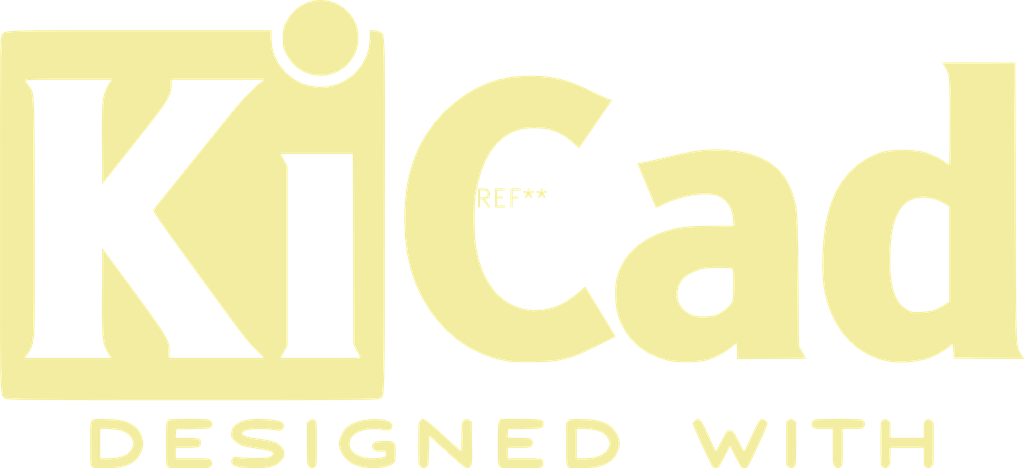
<source format=kicad_pcb>
(kicad_pcb (version 20240108) (generator pcbnew)
  (layers (0 "F.Cu" signal) (31 "B.Cu" signal) (34 "B.Paste" user) (35 "F.Paste" user) (36 "B.SilkS" user "B.Silkscreen") (37 "F.SilkS" user "F.Silkscreen") (38 "B.Mask" user) (39 "F.Mask" user) (44 "Edge.Cuts" user))
  (net 0 "")
  (footprint "KiCad-Logo2_30mm_SilkScreen" (layer "F.Cu") (at 0 0)
    (property "Reference" "REF**")
    (property "Value" "KiCad-Logo2_30mm_SilkScreen")
    (fp_poly (pts (xy 20.94307 16.459384) (xy 21.061635 16.533235) (xy 21.194889 16.641137) (xy 21.194889 18.248865) (xy 21.194464 18.719148) (xy 21.192647 19.089661) (xy 21.188619 19.373519) (xy 21.181565 19.58384) (xy 21.170667 19.73374) (xy 21.155108 19.836336) (xy 21.134072 19.904745) (xy 21.106741 19.952082) (xy 21.087363 19.975408) (xy 20.930169 20.077873) (xy 20.751167 20.073694) (xy 20.594364 19.986321) (xy 20.461111 19.878419) (xy 20.461111 16.641137) (xy 20.594364 16.533235) (xy 20.722973 16.454745) (xy 20.828 16.425334) (xy 20.94307 16.459384)) (layer "F.SilkS") (stroke (width 0.01)) (fill solid))
    (fp_poly (pts (xy -14.619111 16.538223) (xy -14.586207 16.576089) (xy -14.560396 16.624937) (xy -14.540819 16.697855) (xy -14.526618 16.807926) (xy -14.516936 16.968238) (xy -14.510914 17.191875) (xy -14.507695 17.491925) (xy -14.50642 17.881472) (xy -14.506223 18.259778) (xy -14.506571 18.729012) (xy -14.508187 19.098444) (xy -14.511931 19.381159) (xy -14.518658 19.590244) (xy -14.529229 19.738784) (xy -14.5445 19.839864) (xy -14.56533 19.906572) (xy -14.592578 19.951991) (xy -14.619111 19.981334) (xy -14.784129 20.079736) (xy -14.959956 20.070905) (xy -15.117272 19.963585) (xy -15.153418 19.921684) (xy -15.181667 19.87307) (xy -15.202992 19.804304) (xy -15.218366 19.701947) (xy -15.22876 19.552561) (xy -15.235149 19.342706) (xy -15.238503 19.058944) (xy -15.239796 18.687837) (xy -15.24 18.267686) (xy -15.24 16.702425) (xy -15.101455 16.563879) (xy -14.930682 16.447317) (xy -14.765029 16.443116) (xy -14.619111 16.538223)) (layer "F.SilkS") (stroke (width 0.01)) (fill solid))
    (fp_poly (pts (xy -13.557109 -14.737889) (xy -13.044354 -14.560106) (xy -12.56696 -14.280276) (xy -12.140606 -13.898436) (xy -11.780967 -13.414623) (xy -11.619417 -13.109677) (xy -11.479604 -12.683142) (xy -11.411836 -12.190723) (xy -11.419342 -11.684487) (xy -11.502665 -11.225751) (xy -11.730403 -10.66519) (xy -12.060644 -10.178944) (xy -12.476602 -9.776581) (xy -12.961493 -9.467667) (xy -13.498533 -9.261769) (xy -14.070936 -9.168456) (xy -14.661917 -9.197295) (xy -14.953225 -9.258925) (xy -15.520961 -9.479772) (xy -16.025202 -9.816775) (xy -16.453785 -10.259541) (xy -16.794548 -10.797683) (xy -16.823378 -10.856451) (xy -16.923042 -11.076987) (xy -16.98562 -11.262724) (xy -17.019596 -11.458662) (xy -17.033453 -11.7098) (xy -17.035752 -11.983064) (xy -17.031949 -12.311378) (xy -17.014784 -12.548726) (xy -16.975623 -12.740618) (xy -16.90583 -12.932565) (xy -16.81968 -13.121941) (xy -16.498342 -13.659524) (xy -16.102628 -14.0948) (xy -15.648215 -14.427808) (xy -15.15078 -14.658584) (xy -14.625999 -14.787165) (xy -14.08955 -14.813587) (xy -13.557109 -14.737889)) (layer "F.SilkS") (stroke (width 0.01)) (fill solid))
    (fp_poly (pts (xy 24.815325 16.425817) (xy 25.208862 16.427708) (xy 25.514315 16.431665) (xy 25.744085 16.438348) (xy 25.910573 16.448416) (xy 26.026181 16.462528) (xy 26.103309 16.481344) (xy 26.154358 16.505524) (xy 26.179064 16.524111) (xy 26.307284 16.686789) (xy 26.322795 16.855692) (xy 26.243558 17.009131) (xy 26.191742 17.070445) (xy 26.135983 17.112252) (xy 26.055174 17.138287) (xy 25.928212 17.152285) (xy 25.73399 17.15798) (xy 25.451402 17.159106) (xy 25.395903 17.159111) (xy 24.666222 17.159111) (xy 24.666222 18.513778) (xy 24.665741 18.940771) (xy 24.663558 19.26932) (xy 24.658562 19.513869) (xy 24.649642 19.688864) (xy 24.635686 19.808747) (xy 24.615584 19.887963) (xy 24.588225 19.940955) (xy 24.553333 19.981334) (xy 24.388669 20.080561) (xy 24.216773 20.072742) (xy 24.060883 19.95953) (xy 24.04943 19.945499) (xy 24.012144 19.892461) (xy 23.983737 19.830404) (xy 23.963008 19.74425) (xy 23.948753 19.618919) (xy 23.939772 19.439333) (xy 23.934862 19.190414) (xy 23.932821 18.857083) (xy 23.932444 18.477944) (xy 23.932444 17.159111) (xy 23.235637 17.159111) (xy 22.936609 17.157088) (xy 22.72959 17.149202) (xy 22.593742 17.132733) (xy 22.50823 17.104958) (xy 22.452216 17.063156) (xy 22.445414 17.055889) (xy 22.363627 16.889696) (xy 22.370859 16.70181) (xy 22.464889 16.538223) (xy 22.501252 16.506491) (xy 22.548137 16.481331) (xy 22.618045 16.461981) (xy 22.72348 16.447683) (xy 22.876945 16.437675) (xy 23.090944 16.431197) (xy 23.377977 16.427489) (xy 23.75055 16.42579) (xy 24.221165 16.425341) (xy 24.321302 16.425334) (xy 24.815325 16.425817)) (layer "F.SilkS") (stroke (width 0.01)) (fill solid))
    (fp_poly (pts (xy 31.144118 16.452666) (xy 31.30101 16.563879) (xy 31.439555 16.702425) (xy 31.439555 18.2496) (xy 31.439193 18.708996) (xy 31.437477 19.069199) (xy 31.433463 19.343901) (xy 31.426205 19.546799) (xy 31.414759 19.691586) (xy 31.398181 19.791956) (xy 31.375525 19.861605) (xy 31.345848 19.914226) (xy 31.32257 19.945499) (xy 31.168914 20.068367) (xy 30.992482 20.081703) (xy 30.831226 20.006355) (xy 30.777941 19.961871) (xy 30.742322 19.902783) (xy 30.720838 19.807631) (xy 30.709956 19.65496) (xy 30.706142 19.423309) (xy 30.705777 19.244355) (xy 30.705777 18.570223) (xy 28.222222 18.570223) (xy 28.222222 19.183499) (xy 28.219654 19.463934) (xy 28.209379 19.656663) (xy 28.18754 19.786807) (xy 28.150282 19.879484) (xy 28.105236 19.945499) (xy 27.950721 20.068022) (xy 27.77598 20.08253) (xy 27.608693 19.995445) (xy 27.563021 19.949793) (xy 27.530763 19.889273) (xy 27.509487 19.795003) (xy 27.496759 19.648101) (xy 27.490147 19.429686) (xy 27.487217 19.120875) (xy 27.486874 19.05) (xy 27.484455 18.468154) (xy 27.483208 17.988635) (xy 27.483614 17.600884) (xy 27.486155 17.294343) (xy 27.491312 17.058451) (xy 27.499565 16.882651) (xy 27.511397 16.756382) (xy 27.527288 16.669086) (xy 27.547719 16.610203) (xy 27.573172 16.569173) (xy 27.601333 16.538223) (xy 27.76064 16.439218) (xy 27.926784 16.452666) (xy 28.083676 16.563879) (xy 28.147164 16.635631) (xy 28.187633 16.714888) (xy 28.210213 16.827769) (xy 28.220033 17.000392) (xy 28.22222 17.258878) (xy 28.222222 17.269435) (xy 28.222222 17.836445) (xy 30.705777 17.836445) (xy 30.705777 17.243778) (xy 30.708312 16.970738) (xy 30.71849 16.786374) (xy 30.740178 16.666536) (xy 30.777237 16.587075) (xy 30.818666 16.538223) (xy 30.977973 16.439218) (xy 31.144118 16.452666)) (layer "F.SilkS") (stroke (width 0.01)) (fill solid))
    (fp_poly (pts (xy 5.091545 16.426374) (xy 5.736442 16.448179) (xy 6.284956 16.514304) (xy 6.74613 16.628707) (xy 7.12901 16.795349) (xy 7.442638 17.018188) (xy 7.696059 17.301182) (xy 7.898317 17.64829) (xy 7.902296 17.656754) (xy 8.023005 17.967414) (xy 8.066014 18.242547) (xy 8.031157 18.519437) (xy 7.91827 18.835367) (xy 7.896861 18.883444) (xy 7.750861 19.164829) (xy 7.586779 19.382256) (xy 7.37501 19.567085) (xy 7.085951 19.750676) (xy 7.069158 19.76026) (xy 6.817523 19.881136) (xy 6.533107 19.971411) (xy 6.197634 20.034197) (xy 5.792827 20.07261) (xy 5.30041 20.089763) (xy 5.12643 20.091253) (xy 4.297971 20.094223) (xy 4.180985 19.945499) (xy 4.146284 19.896595) (xy 4.119213 19.839486) (xy 4.098828 19.760476) (xy 4.084184 19.645873) (xy 4.074337 19.48198) (xy 4.071125 19.360445) (xy 4.854222 19.360445) (xy 5.323633 19.360445) (xy 5.59832 19.352413) (xy 5.8803 19.331273) (xy 6.111728 19.301461) (xy 6.125697 19.298951) (xy 6.536743 19.188678) (xy 6.855569 19.023002) (xy 7.092262 18.794235) (xy 7.25691 18.494694) (xy 7.285541 18.415304) (xy 7.313604 18.291663) (xy 7.301454 18.169508) (xy 7.242335 18.007) (xy 7.2067 17.927168) (xy 7.090002 17.715028) (xy 6.949402 17.566198) (xy 6.794703 17.462556) (xy 6.484829 17.327686) (xy 6.088254 17.229989) (xy 5.626264 17.173732) (xy 5.291666 17.161352) (xy 4.854222 17.159111) (xy 4.854222 19.360445) (xy 4.071125 19.360445) (xy 4.068341 19.255105) (xy 4.065253 18.951553) (xy 4.064127 18.557629) (xy 4.064 18.2496) (xy 4.064 16.702425) (xy 4.202545 16.563879) (xy 4.264033 16.507721) (xy 4.330518 16.469263) (xy 4.423363 16.445201) (xy 4.563931 16.432232) (xy 4.773585 16.427049) (xy 5.073686 16.42635) (xy 5.091545 16.426374)) (layer "F.SilkS") (stroke (width 0.01)) (fill solid))
    (fp_poly (pts (xy -30.606856 16.42533) (xy -30.409445 16.427336) (xy -29.831 16.441293) (xy -29.346554 16.482751) (xy -28.939596 16.556159) (xy -28.593615 16.665963) (xy -28.2921 16.81661) (xy -28.01854 17.012549) (xy -27.920832 17.097662) (xy -27.758751 17.296816) (xy -27.6126 17.567063) (xy -27.499956 17.866617) (xy -27.438395 18.153695) (xy -27.432 18.259778) (xy -27.472082 18.553847) (xy -27.579496 18.875063) (xy -27.734995 19.179104) (xy -27.91933 19.421648) (xy -27.949271 19.450912) (xy -28.202892 19.656605) (xy -28.480625 19.817173) (xy -28.79848 19.936825) (xy -29.172471 20.019766) (xy -29.618609 20.070204) (xy -30.152907 20.092346) (xy -30.397639 20.094223) (xy -30.708808 20.092724) (xy -30.927637 20.08646) (xy -31.074656 20.072772) (xy -31.170396 20.049005) (xy -31.235386 20.012504) (xy -31.270223 19.981334) (xy -31.303127 19.943468) (xy -31.328938 19.894619) (xy -31.348515 19.821702) (xy -31.362716 19.71163) (xy -31.372398 19.551318) (xy -31.37842 19.327681) (xy -31.381639 19.027631) (xy -31.382914 18.638084) (xy -31.383111 18.259778) (xy -31.384355 17.755207) (xy -31.384087 17.352133) (xy -31.379283 17.159111) (xy -30.649334 17.159111) (xy -30.649334 19.360445) (xy -30.183667 19.360018) (xy -29.903464 19.351982) (xy -29.609994 19.331279) (xy -29.36514 19.302321) (xy -29.35769 19.301128) (xy -28.961957 19.20545) (xy -28.655011 19.056437) (xy -28.421526 18.84439) (xy -28.273174 18.614804) (xy -28.181765 18.360129) (xy -28.188853 18.120998) (xy -28.294938 17.864667) (xy -28.502443 17.599493) (xy -28.78999 17.402998) (xy -29.163748 17.271656) (xy -29.413537 17.225175) (xy -29.697081 17.192533) (xy -29.997595 17.168908) (xy -30.253194 17.159086) (xy -30.268334 17.159039) (xy -30.649334 17.159111) (xy -31.379283 17.159111) (xy -31.3763 17.039257) (xy -31.35499 16.805277) (xy -31.31415 16.63889) (xy -31.247778 16.528797) (xy -31.149867 16.463696) (xy -31.014413 16.432285) (xy -30.835411 16.423264) (xy -30.606856 16.42533)) (layer "F.SilkS") (stroke (width 0.01)) (fill solid))
    (fp_poly (pts (xy -6.500569 16.447242) (xy -6.382739 16.516363) (xy -6.228673 16.629403) (xy -6.030388 16.791688) (xy -5.779897 17.008541) (xy -5.469215 17.285288) (xy -5.090357 17.627254) (xy -4.656667 18.020421) (xy -3.753556 18.839391) (xy -3.725334 17.740144) (xy -3.715144 17.361757) (xy -3.705313 17.079971) (xy -3.693667 16.87853) (xy -3.678029 16.741174) (xy -3.656224 16.651646) (xy -3.626079 16.593686) (xy -3.585417 16.551038) (xy -3.563858 16.533115) (xy -3.391205 16.438352) (xy -3.226913 16.452206) (xy -3.096587 16.533164) (xy -2.963334 16.640993) (xy -2.946761 18.215755) (xy -2.942173 18.678894) (xy -2.939839 19.04272) (xy -2.940565 19.320804) (xy -2.945161 19.526712) (xy -2.954435 19.674013) (xy -2.969196 19.776275) (xy -2.990251 19.847065) (xy -3.018409 19.899953) (xy -3.049635 19.94237) (xy -3.117196 20.021036) (xy -3.184416 20.073181) (xy -3.26062 20.093196) (xy -3.355131 20.07547) (xy -3.477272 20.014393) (xy -3.636366 19.904355) (xy -3.841738 19.739746) (xy -4.102711 19.514956) (xy -4.428608 19.224376) (xy -4.797778 18.890493) (xy -6.124223 17.687291) (xy -6.152445 18.782945) (xy -6.162652 19.160642) (xy -6.172508 19.44177) (xy -6.184196 19.642619) (xy -6.199904 19.779479) (xy -6.221817 19.868642) (xy -6.252121 19.926397) (xy -6.293001 19.969035) (xy -6.31392 19.986411) (xy -6.498824 20.081862) (xy -6.673537 20.067464) (xy -6.825681 19.945499) (xy -6.860486 19.896432) (xy -6.887612 19.839128) (xy -6.908014 19.759839) (xy -6.922646 19.644816) (xy -6.932461 19.480312) (xy -6.938415 19.252579) (xy -6.941461 18.947867) (xy -6.942553 18.552429) (xy -6.942667 18.259778) (xy -6.9423 17.802037) (xy -6.940563 17.443436) (xy -6.936503 17.170226) (xy -6.929164 16.96866) (xy -6.917592 16.824988) (xy -6.900835 16.725464) (xy -6.877937 16.656338) (xy -6.847945 16.603862) (xy -6.825681 16.574057) (xy -6.769247 16.503454) (xy -6.716503 16.450146) (xy -6.659466 16.419458) (xy -6.59015 16.416715) (xy -6.500569 16.447242)) (layer "F.SilkS") (stroke (width 0.01)) (fill solid))
    (fp_poly (pts (xy -9.750406 16.452994) (xy -9.407822 16.510476) (xy -9.144712 16.599834) (xy -8.97354 16.717493) (xy -8.926896 16.784618) (xy -8.879462 16.940739) (xy -8.911383 17.081975) (xy -9.012151 17.21591) (xy -9.168725 17.278567) (xy -9.395913 17.273479) (xy -9.57163 17.239531) (xy -9.962093 17.174855) (xy -10.36113 17.168709) (xy -10.807773 17.221206) (xy -10.931146 17.243448) (xy -11.346455 17.360542) (xy -11.671362 17.534723) (xy -11.902306 17.763021) (xy -12.035723 18.042468) (xy -12.063316 18.186942) (xy -12.045254 18.480062) (xy -11.928646 18.739396) (xy -11.724117 18.959891) (xy -11.442292 19.136493) (xy -11.093798 19.264146) (xy -10.689259 19.337797) (xy -10.239301 19.352391) (xy -9.75455 19.302874) (xy -9.727179 19.298206) (xy -9.534372 19.262294) (xy -9.427468 19.227606) (xy -9.381132 19.176137) (xy -9.370029 19.089882) (xy -9.369778 19.044206) (xy -9.369778 18.852445) (xy -9.712156 18.852445) (xy -10.014498 18.831733) (xy -10.220824 18.765733) (xy -10.340872 18.648648) (xy -10.384383 18.474679) (xy -10.384914 18.451971) (xy -10.359457 18.303272) (xy -10.272162 18.197094) (xy -10.109694 18.126828) (xy -9.858714 18.085866) (xy -9.615612 18.070805) (xy -9.262279 18.062165) (xy -9.005989 18.075349) (xy -8.831195 18.124002) (xy -8.722347 18.221765) (xy -8.663899 18.382281) (xy -8.6403 18.619192) (xy -8.636 18.930355) (xy -8.643045 19.277676) (xy -8.66424 19.51393) (xy -8.699678 19.640059) (xy -8.706556 19.649939) (xy -8.901138 19.807542) (xy -9.186429 19.932351) (xy -9.544342 20.021702) (xy -9.956791 20.072928) (xy -10.405692 20.083363) (xy -10.872957 20.050341) (xy -11.147778 20.009779) (xy -11.578829 19.887772) (xy -11.979457 19.688309) (xy -12.314884 19.429436) (xy -12.365866 19.377695) (xy -12.531509 19.160174) (xy -12.680968 18.89059) (xy -12.796782 18.607958) (xy -12.861491 18.351296) (xy -12.869289 18.25272) (xy -12.836088 18.047096) (xy -12.747841 17.791261) (xy -12.621482 17.52197) (xy -12.473943 17.275977) (xy -12.343593 17.111668) (xy -12.038822 16.86726) (xy -11.644845 16.672727) (xy -11.175782 16.532472) (xy -10.645751 16.450894) (xy -10.16 16.430961) (xy -9.750406 16.452994)) (layer "F.SilkS") (stroke (width 0.01)) (fill solid))
    (fp_poly (pts (xy 1.151714 16.426299) (xy 1.533508 16.430868) (xy 1.826084 16.441556) (xy 2.041276 16.460873) (xy 2.190917 16.491333) (xy 2.286841 16.535448) (xy 2.340879 16.59573) (xy 2.364867 16.674693) (xy 2.370636 16.774848) (xy 2.370666 16.786675) (xy 2.365657 16.89996) (xy 2.341982 16.987513) (xy 2.286667 17.05287) (xy 2.186741 17.099565) (xy 2.02923 17.131133) (xy 1.801163 17.15111) (xy 1.489567 17.16303) (xy 1.081468 17.170429) (xy 0.956386 17.172068) (xy -0.254 17.187334) (xy -0.270928 17.511889) (xy -0.287856 17.836445) (xy 0.552879 17.836445) (xy 0.881332 17.837656) (xy 1.115861 17.842781) (xy 1.275417 17.854054) (xy 1.378954 17.873712) (xy 1.445422 17.903989) (xy 1.493775 17.947121) (xy 1.494085 17.947463) (xy 1.58178 18.115559) (xy 1.57861 18.297241) (xy 1.486572 18.452116) (xy 1.468358 18.468034) (xy 1.403708 18.509061) (xy 1.31512 18.537604) (xy 1.182851 18.555811) (xy 0.987162 18.565834) (xy 0.708312 18.569821) (xy 0.529969 18.570223) (xy -0.282223 18.570223) (xy -0.282223 19.360445) (xy 0.950807 19.360445) (xy 1.357903 19.361157) (xy 1.66705 19.364068) (xy 1.893185 19.37034) (xy 2.051242 19.381136) (xy 2.156157 19.397617) (xy 2.222866 19.420946) (xy 2.266304 19.452286) (xy 2.277251 19.463667) (xy 2.358073 19.621398) (xy 2.363986 19.800842) (xy 2.29768 19.956424) (xy 2.245218 20.006355) (xy 2.190645 20.033843) (xy 2.106085 20.055109) (xy 1.978164 20.070899) (xy 1.793505 20.081958) (xy 1.538732 20.089029) (xy 1.200471 20.092859) (xy 0.765345 20.09419) (xy 0.666973 20.094223) (xy 0.224555 20.093933) (xy -0.118864 20.092335) (xy -0.377177 20.088334) (xy -0.564275 20.080836) (xy -0.694049 20.068745) (xy -0.78039 20.050968) (xy -0.837189 20.026411) (xy -0.878337 19.993977) (xy -0.900913 19.97069) (xy -0.934893 19.929443) (xy -0.96144 19.878346) (xy -0.981469 19.804002) (xy -0.995894 19.693009) (xy -1.00563 19.531967) (xy -1.011593 19.307478) (xy -1.014696 19.006139) (xy -1.015856 18.614553) (xy -1.016 18.284969) (xy -1.015645 17.823141) (xy -1.013959 17.460585) (xy -1.010011 17.183686) (xy -1.002871 16.978827) (xy -0.991606 16.832392) (xy -0.975286 16.730766) (xy -0.952981 16.660332) (xy -0.923758 16.607475) (xy -0.899015 16.574057) (xy -0.782029 16.425334) (xy 0.66887 16.425334) (xy 1.151714 16.426299)) (layer "F.SilkS") (stroke (width 0.01)) (fill solid))
    (fp_poly (pts (xy -23.563971 16.425731) (xy -23.216928 16.427592) (xy -22.954982 16.431923) (xy -22.764236 16.439729) (xy -22.630795 16.452015) (xy -22.540764 16.469786) (xy -22.480246 16.494048) (xy -22.435346 16.525806) (xy -22.419088 16.540421) (xy -22.320212 16.695711) (xy -22.302408 16.874142) (xy -22.367453 17.03255) (xy -22.397528 17.064565) (xy -22.446175 17.095605) (xy -22.524503 17.119551) (xy -22.647037 17.137568) (xy -22.828303 17.150822) (xy -23.082826 17.160476) (xy -23.42513 17.167696) (xy -23.738084 17.172091) (xy -24.976667 17.187334) (xy -24.993595 17.511889) (xy -25.010523 17.836445) (xy -24.169788 17.836445) (xy -23.804793 17.839594) (xy -23.537583 17.852765) (xy -23.353137 17.881546) (xy -23.236439 17.931522) (xy -23.172469 18.00828) (xy -23.14621 18.117408) (xy -23.142223 18.218689) (xy -23.154616 18.342961) (xy -23.201384 18.434531) (xy -23.296914 18.498185) (xy -23.455589 18.538707) (xy -23.691794 18.560882) (xy -24.019914 18.569496) (xy -24.199004 18.570223) (xy -25.004889 18.570223) (xy -25.004889 19.360445) (xy -23.763111 19.360445) (xy -23.356065 19.361012) (xy -23.046708 19.363558) (xy -22.819841 19.369349) (xy -22.660269 19.379651) (xy -22.552793 19.395732) (xy -22.482215 19.418858) (xy -22.433339 19.450294) (xy -22.408445 19.473334) (xy -22.323049 19.607802) (xy -22.295556 19.727334) (xy -22.334814 19.873337) (xy -22.408445 19.981334) (xy -22.447728 20.015332) (xy -22.498439 20.041732) (xy -22.574218 20.06149) (xy -22.688705 20.075564) (xy -22.855543 20.084911) (xy -23.088372 20.090488) (xy -23.400834 20.093253) (xy -23.806568 20.094163) (xy -24.017111 20.094223) (xy -24.467988 20.093824) (xy -24.819618 20.091989) (xy -25.085642 20.087761) (xy -25.279701 20.080182) (xy -25.415436 20.068296) (xy -25.506488 20.051145) (xy -25.566498 20.027772) (xy -25.609107 19.997219) (xy -25.625778 19.981334) (xy -25.658773 19.94335) (xy -25.684635 19.894348) (xy -25.704228 19.821195) (xy -25.718419 19.710759) (xy -25.728074 19.54991) (xy -25.73406 19.325516) (xy -25.737241 19.024444) (xy -25.738485 18.633564) (xy -25.738667 18.269617) (xy -25.738499 17.803535) (xy -25.737326 17.437155) (xy -25.734149 17.15729) (xy -25.727967 16.950754) (xy -25.717779 16.804359) (xy -25.702584 16.70492) (xy -25.681382 16.639249) (xy -25.653172 16.59416) (xy -25.616953 16.556466) (xy -25.608029 16.548062) (xy -25.564726 16.510858) (xy -25.51441 16.482047) (xy -25.443125 16.460558) (xy -25.336913 16.445318) (xy -25.181819 16.435256) (xy -24.963884 16.429299) (xy -24.669154 16.426376) (xy -24.28367 16.425415) (xy -24.010006 16.425334) (xy -23.563971 16.425731)) (layer "F.SilkS") (stroke (width 0.01)) (fill solid))
    (fp_poly (pts (xy 18.723326 16.435171) (xy 18.821274 16.470173) (xy 18.825053 16.471887) (xy 18.958065 16.573392) (xy 19.031351 16.677804) (xy 19.04569 16.726759) (xy 19.044982 16.791807) (xy 19.024804 16.884473) (xy 18.980733 17.016283) (xy 18.908347 17.198762) (xy 18.803224 17.443434) (xy 18.660942 17.761826) (xy 18.477078 18.165463) (xy 18.375875 18.38608) (xy 18.193127 18.779927) (xy 18.021574 19.142114) (xy 17.867761 19.459399) (xy 17.738239 19.71854) (xy 17.639553 19.906295) (xy 17.578253 20.009422) (xy 17.566122 20.023667) (xy 17.410917 20.086511) (xy 17.235606 20.078095) (xy 17.095001 20.001661) (xy 17.089273 19.995445) (xy 17.033341 19.910771) (xy 16.93952 19.745848) (xy 16.819378 19.521901) (xy 16.684484 19.260161) (xy 16.636005 19.163708) (xy 16.270071 18.430749) (xy 15.871203 19.226967) (xy 15.728834 19.502074) (xy 15.596749 19.740661) (xy 15.485739 19.924463) (xy 15.406594 20.035218) (xy 15.379773 20.058703) (xy 15.171285 20.090511) (xy 14.999248 20.023667) (xy 14.948642 19.952229) (xy 14.861071 19.793461) (xy 14.743676 19.562985) (xy 14.603603 19.276423) (xy 14.447996 18.949399) (xy 14.283998 18.597534) (xy 14.118753 18.236453) (xy 13.959405 17.881776) (xy 13.813098 17.549127) (xy 13.686976 17.254129) (xy 13.588182 17.012404) (xy 13.523861 16.839574) (xy 13.501157 16.751263) (xy 13.501388 16.748066) (xy 13.556631 16.636941) (xy 13.66705 16.523763) (xy 13.673553 16.518838) (xy 13.809266 16.442127) (xy 13.934793 16.442869) (xy 13.981841 16.457332) (xy 14.039171 16.488588) (xy 14.100052 16.550072) (xy 14.171787 16.654539) (xy 14.261681 16.814744) (xy 14.377035 17.043442) (xy 14.525153 17.353386) (xy 14.658727 17.63949) (xy 14.812402 17.971132) (xy 14.950108 18.269371) (xy 15.06469 18.518626) (xy 15.148993 18.703319) (xy 15.195866 18.807867) (xy 15.202702 18.824223) (xy 15.233448 18.797486) (xy 15.30411 18.685543) (xy 15.405287 18.50473) (xy 15.527576 18.271387) (xy 15.57624 18.175111) (xy 15.741088 17.85002) (xy 15.868218 17.61327) (xy 15.968062 17.451094) (xy 16.051053 17.34973) (xy 16.127623 17.295412) (xy 16.208203 17.274376) (xy 16.260716 17.272) (xy 16.353349 17.280208) (xy 16.434522 17.314157) (xy 16.515176 17.387832) (xy 16.606254 17.515218) (xy 16.718696 17.710303) (xy 16.863445 17.987072) (xy 16.943309 18.144514) (xy 17.072852 18.395436) (xy 17.185835 18.60352) (xy 17.272291 18.75121) (xy 17.32225 18.820947) (xy 17.329044 18.823852) (xy 17.361308 18.768966) (xy 17.433543 18.62645) (xy 17.538514 18.411219) (xy 17.668988 18.138188) (xy 17.817732 17.822272) (xy 17.890901 17.665357) (xy 18.08125 17.260392) (xy 18.234526 16.94878) (xy 18.358686 16.720354) (xy 18.461688 16.564946) (xy 18.551491 16.472391) (xy 18.636051 16.432521) (xy 18.723326 16.435171)) (layer "F.SilkS") (stroke (width 0.01)) (fill solid))
    (fp_poly (pts (xy -18.458512 16.431756) (xy -18.084438 16.457907) (xy -17.736529 16.498751) (xy -17.435008 16.552749) (xy -17.2001 16.618366) (xy -17.052028 16.694063) (xy -17.029301 16.716345) (xy -16.950267 16.88925) (xy -16.974233 17.066757) (xy -17.096819 17.218627) (xy -17.102667 17.222979) (xy -17.17477 17.269772) (xy -17.250039 17.294378) (xy -17.355026 17.297366) (xy -17.516284 17.279307) (xy -17.760366 17.240772) (xy -17.78 17.237527) (xy -18.143694 17.192847) (xy -18.536085 17.170806) (xy -18.929634 17.170593) (xy -19.296804 17.191394) (xy -19.610055 17.232396) (xy -19.84185 17.292786) (xy -19.857081 17.298856) (xy -20.025239 17.393073) (xy -20.08432 17.488423) (xy -20.038069 17.582197) (xy -19.890232 17.671687) (xy -19.644554 17.754183) (xy -19.304782 17.826979) (xy -19.078223 17.862028) (xy -18.607278 17.929444) (xy -18.232717 17.991071) (xy -17.938583 18.052247) (xy -17.708922 18.118306) (xy -17.527776 18.194586) (xy -17.379191 18.286423) (xy -17.247209 18.399153) (xy -17.14115 18.509853) (xy -17.015325 18.664096) (xy -16.953402 18.796724) (xy -16.934037 18.960132) (xy -16.933334 19.019977) (xy -16.947878 19.218559) (xy -17.006008 19.366296) (xy -17.106614 19.497428) (xy -17.31108 19.697878) (xy -17.539082 19.850745) (xy -17.807562 19.961015) (xy -18.133461 20.033673) (xy -18.533721 20.073704) (xy -19.025282 20.086092) (xy -19.106445 20.085883) (xy -19.434243 20.079088) (xy -19.759328 20.063649) (xy -20.046261 20.041781) (xy -20.259607 20.015699) (xy -20.276861 20.012704) (xy -20.48898 19.962456) (xy -20.668897 19.898982) (xy -20.77075 19.840952) (xy -20.865535 19.687858) (xy -20.872134 19.509588) (xy -20.790425 19.350719) (xy -20.772143 19.332754) (xy -20.696576 19.279379) (xy -20.602072 19.256381) (xy -20.455811 19.260295) (xy -20.278254 19.280637) (xy -20.079851 19.298809) (xy -19.801724 19.31414) (xy -19.47703 19.325265) (xy -19.138924 19.33082) (xy -19.05 19.331187) (xy -18.710637 19.329819) (xy -18.462271 19.32323) (xy -18.283049 19.309136) (xy -18.151119 19.28525) (xy -18.044627 19.249287) (xy -17.98063 19.219334) (xy -17.84 19.136163) (xy -17.75034 19.06084) (xy -17.737236 19.039487) (xy -17.76488 18.951315) (xy -17.8963 18.865959) (xy -18.122388 18.787292) (xy -18.434037 18.719189) (xy -18.525856 18.704018) (xy -19.005449 18.628691) (xy -19.388206 18.565729) (xy -19.688898 18.510557) (xy -19.922299 18.458598) (xy -20.103183 18.405279) (xy -20.246322 18.346024) (xy -20.366491 18.276257) (xy -20.478461 18.191405) (xy -20.597008 18.08689) (xy -20.6369 18.050246) (xy -20.776762 17.913494) (xy -20.850798 17.805145) (xy -20.879761 17.681159) (xy -20.884445 17.524915) (xy -20.832876 17.218524) (xy -20.678758 16.958201) (xy -20.422976 16.744788) (xy -20.066413 16.579126) (xy -19.812 16.50482) (xy -19.535497 16.456829) (xy -19.204265 16.42968) (xy -18.838529 16.421834) (xy -18.458512 16.431756)) (layer "F.SilkS") (stroke (width 0.01)) (fill solid))
    (fp_poly (pts (xy 2.187983 -9.148056) (xy 2.924267 -9.067451) (xy 3.6376 -8.923176) (xy 4.357002 -8.707706) (xy 5.111491 -8.413516) (xy 5.930086 -8.033081) (xy 6.077505 -7.959391) (xy 6.415811 -7.792725) (xy 6.73488 -7.642651) (xy 7.00322 -7.523502) (xy 7.189342 -7.449612) (xy 7.217934 -7.440309) (xy 7.491936 -7.358215) (xy 6.26539 -5.573866) (xy 5.965516 -5.137762) (xy 5.691348 -4.739324) (xy 5.452209 -4.392079) (xy 5.257424 -4.109554) (xy 5.116314 -3.905275) (xy 5.038205 -3.792771) (xy 5.025515 -3.774954) (xy 4.973973 -3.812207) (xy 4.847099 -3.924198) (xy 4.667586 -4.090586) (xy 4.568516 -4.184631) (xy 4.007208 -4.63108) (xy 3.376817 -4.97033) (xy 2.833603 -5.156156) (xy 2.507519 -5.214517) (xy 2.099234 -5.250081) (xy 1.656768 -5.262189) (xy 1.228141 -5.250184) (xy 0.861373 -5.213404) (xy 0.715018 -5.185236) (xy 0.055369 -4.958288) (xy -0.539053 -4.61176) (xy -1.067809 -4.146287) (xy -1.530458 -3.562502) (xy -1.92656 -2.861039) (xy -2.255675 -2.042531) (xy -2.517363 -1.107613) (xy -2.672887 -0.307258) (xy -2.713462 0.046067) (xy -2.741108 0.502511) (xy -2.756091 1.029274) (xy -2.75868 1.593556) (xy -2.74914 2.162555) (xy -2.72774 2.703472) (xy -2.694745 3.183507) (xy -2.650424 3.569857) (xy -2.64083 3.629466) (xy -2.429372 4.589652) (xy -2.14126 5.439459) (xy -1.774741 6.182696) (xy -1.328063 6.82317) (xy -1.010999 7.169439) (xy -0.441185 7.63957) (xy 0.183721 7.988052) (xy 0.853177 8.212989) (xy 1.556642 8.312485) (xy 2.283575 8.284643) (xy 3.023434 8.127567) (xy 3.460851 7.973868) (xy 4.066166 7.666092) (xy 4.690052 7.224593) (xy 5.039525 6.926031) (xy 5.235755 6.753228) (xy 5.389927 6.626448) (xy 5.477683 6.56536) (xy 5.488576 6.563495) (xy 5.527745 6.625918) (xy 5.629233 6.790871) (xy 5.784395 7.044214) (xy 5.984585 7.371804) (xy 6.221158 7.759501) (xy 6.485468 8.193163) (xy 6.632585 8.434741) (xy 7.756318 10.280504) (xy 6.353294 10.973874) (xy 5.846012 11.222931) (xy 5.43507 11.419324) (xy 5.095349 11.572807) (xy 4.80173 11.693133) (xy 4.529092 11.790057) (xy 4.252317 11.873333) (xy 3.946285 11.952715) (xy 3.652957 12.022424) (xy 3.39224 12.076365) (xy 3.119581 12.117128) (xy 2.807685 12.146978) (xy 2.429258 12.168175) (xy 1.957004 12.182982) (xy 1.63871 12.189372) (xy 1.184559 12.193735) (xy 0.749085 12.191535) (xy 0.361108 12.183401) (xy 0.049445 12.16996) (xy -0.157084 12.151838) (xy -0.169322 12.150031) (xy -1.241771 11.918013) (xy -2.248875 11.566124) (xy -3.190278 11.094598) (xy -4.065628 10.503666) (xy -4.874569 9.793561) (xy -5.616747 8.964514) (xy -6.154251 8.227688) (xy -6.726471 7.263247) (xy -7.189026 6.244739) (xy -7.544153 5.164001) (xy -7.794089 4.012865) (xy -7.941069 2.783168) (xy -7.987376 1.534499) (xy -7.949291 0.326585) (xy -7.829609 -0.787894) (xy -7.624527 -1.827736) (xy -7.330241 -2.81174) (xy -6.94295 -3.758705) (xy -6.896705 -3.856812) (xy -6.387234 -4.7739) (xy -5.761493 -5.6466) (xy -5.037211 -6.456849) (xy -4.232114 -7.186583) (xy -3.363933 -7.817739) (xy -2.554965 -8.280714) (xy -1.737738 -8.643324) (xy -0.918776 -8.905992) (xy -0.066377 -9.075867) (xy 0.851164 -9.160099) (xy 1.399732 -9.172519) (xy 2.187983 -9.148056)) (layer "F.SilkS") (stroke (width 0.01)) (fill solid))
    (fp_poly (pts (xy 34.027419 -10.160954) (xy 34.608136 -10.158572) (xy 34.805511 -10.157369) (xy 37.519624 -10.139516) (xy 37.553764 0.273119) (xy 37.558273 1.685103) (xy 37.562272 2.967162) (xy 37.566017 4.125929) (xy 37.569766 5.168035) (xy 37.573775 6.100114) (xy 37.578301 6.928797) (xy 37.583601 7.660717) (xy 37.589932 8.302506) (xy 37.597551 8.860795) (xy 37.606714 9.342219) (xy 37.617679 9.753408) (xy 37.630702 10.100995) (xy 37.646041 10.391612) (xy 37.663951 10.631891) (xy 37.68469 10.828466) (xy 37.708515 10.987968) (xy 37.735682 11.117028) (xy 37.766449 11.222281) (xy 37.801072 11.310357) (xy 37.839808 11.38789) (xy 37.882914 11.461511) (xy 37.930647 11.537852) (xy 37.983264 11.623547) (xy 37.994049 11.6418) (xy 38.174991 11.950554) (xy 35.559942 11.93267) (xy 32.944893 11.914785) (xy 32.910753 11.340357) (xy 32.892165 11.064684) (xy 32.872794 10.905307) (xy 32.84651 10.842067) (xy 32.807183 10.854807) (xy 32.774194 10.891246) (xy 32.630493 11.023979) (xy 32.396284 11.194592) (xy 32.104564 11.3827) (xy 31.78833 11.567917) (xy 31.48058 11.729858) (xy 31.244285 11.836403) (xy 30.690687 12.011487) (xy 30.055518 12.135511) (xy 29.385668 12.203736) (xy 28.728028 12.211422) (xy 28.129489 12.153832) (xy 28.119634 12.152183) (xy 27.300634 11.946674) (xy 26.53397 11.619251) (xy 25.827038 11.176952) (xy 25.187231 10.626815) (xy 24.621946 9.975879) (xy 24.138576 9.231181) (xy 23.744516 8.39976) (xy 23.529961 7.783871) (xy 23.388473 7.268614) (xy 23.283547 6.769668) (xy 23.211974 6.256726) (xy 23.170547 5.699477) (xy 23.156058 5.067612) (xy 23.162476 4.551655) (xy 28.200815 4.551655) (xy 28.224657 5.416831) (xy 28.299868 6.161169) (xy 28.42876 6.791275) (xy 28.613648 7.313755) (xy 28.856846 7.735217) (xy 29.160667 8.062265) (xy 29.511366 8.293464) (xy 29.693852 8.379774) (xy 29.852119 8.431519) (xy 30.02857 8.455192) (xy 30.265608 8.457288) (xy 30.520968 8.448071) (xy 31.023155 8.403776) (xy 31.420338 8.317034) (xy 31.545162 8.273584) (xy 31.830188 8.145256) (xy 32.130808 7.984107) (xy 32.262097 7.903441) (xy 32.603495 7.679513) (xy 32.603495 0.581766) (xy 32.227957 0.356663) (xy 31.704231 0.102307) (xy 31.169148 -0.048121) (xy 30.642275 -0.09551) (xy 30.143184 -0.040746) (xy 29.691444 0.115283) (xy 29.306623 0.37169) (xy 29.182454 0.494766) (xy 28.883156 0.898029) (xy 28.640911 1.386177) (xy 28.453695 1.967578) (xy 28.319483 2.650597) (xy 28.236251 3.443603) (xy 28.201974 4.354961) (xy 28.200815 4.551655) (xy 23.162476 4.551655) (xy 23.165148 4.33689) (xy 23.222707 3.212897) (xy 23.338446 2.19907) (xy 23.515412 1.280642) (xy 23.756654 0.442844) (xy 24.065219 -0.329092) (xy 24.17533 -0.557945) (xy 24.618853 -1.304259) (xy 25.154827 -1.967481) (xy 25.77065 -2.536906) (xy 26.45372 -3.001829) (xy 27.191436 -3.351544) (xy 27.633649 -3.495804) (xy 28.067948 -3.581444) (xy 28.590513 -3.632397) (xy 29.157537 -3.648687) (xy 29.725213 -3.630334) (xy 30.249731 -3.577362) (xy 30.670881 -3.494261) (xy 31.172145 -3.331295) (xy 31.657988 -3.121732) (xy 32.083063 -2.8868) (xy 32.309303 -2.727354) (xy 32.465361 -2.60879) (xy 32.574635 -2.536597) (xy 32.599491 -2.526344) (xy 32.607198 -2.592397) (xy 32.614384 -2.781652) (xy 32.620889 -3.080753) (xy 32.626555 -3.476343) (xy 32.631221 -3.955066) (xy 32.634729 -4.503564) (xy 32.63692 -5.108483) (xy 32.637635 -5.724632) (xy 32.637236 -6.51381) (xy 32.635272 -7.179156) (xy 32.630598 -7.733397) (xy 32.622064 -8.189259) (xy 32.608524 -8.559469) (xy 32.58883 -8.856753) (xy 32.561835 -9.093837) (xy 32.52639 -9.283449) (xy 32.481349 -9.438314) (xy 32.425564 -9.57116) (xy 32.357886 -9.694712) (xy 32.27717 -9.821698) (xy 32.266785 -9.837421) (xy 32.162679 -10.001887) (xy 32.099825 -10.11498) (xy 32.091398 -10.138835) (xy 32.157258 -10.146362) (xy 32.345173 -10.152485) (xy 32.640645 -10.157104) (xy 33.029175 -10.160122) (xy 33.496266 -10.161438) (xy 34.027419 -10.160954)) (layer "F.SilkS") (stroke (width 0.01)) (fill solid))
    (fp_poly (pts (xy 15.752379 -3.65908) (xy 16.090681 -3.633472) (xy 17.058606 -3.504693) (xy 17.915805 -3.299292) (xy 18.666452 -3.014443) (xy 19.314723 -2.647319) (xy 19.864792 -2.195095) (xy 20.320836 -1.654943) (xy 20.68703 -1.024039) (xy 20.95443 -0.341398) (xy 21.022305 -0.123646) (xy 21.081411 0.080268) (xy 21.132444 0.281323) (xy 21.1761 0.490498) (xy 21.213076 0.718771) (xy 21.24407 0.977119) (xy 21.269778 1.276523) (xy 21.290897 1.627958) (xy 21.308123 2.042405) (xy 21.322154 2.530841) (xy 21.333685 3.104245) (xy 21.343415 3.773594) (xy 21.35204 4.549868) (xy 21.360256 5.444045) (xy 21.36613 6.145162) (xy 21.405646 10.958871) (xy 21.661694 11.422109) (xy 21.782939 11.645278) (xy 21.873166 11.818621) (xy 21.91621 11.910885) (xy 21.917742 11.917136) (xy 21.851951 11.924288) (xy 21.664529 11.930879) (xy 21.370403 11.936722) (xy 20.984502 11.941632) (xy 20.521752 11.945425) (xy 19.997083 11.947914) (xy 19.42542 11.948914) (xy 19.357259 11.948925) (xy 16.796775 11.948925) (xy 16.796775 11.368549) (xy 16.792409 11.106267) (xy 16.780757 10.905678) (xy 16.763992 10.798129) (xy 16.756582 10.788172) (xy 16.68881 10.829876) (xy 16.549329 10.939328) (xy 16.36804 11.09304) (xy 16.363975 11.096595) (xy 16.033145 11.3429) (xy 15.615334 11.590223) (xy 15.157751 11.814266) (xy 14.707608 11.990733) (xy 14.509409 12.051037) (xy 14.114979 12.127629) (xy 13.630995 12.176505) (xy 13.101761 12.196967) (xy 12.571581 12.188319) (xy 12.084762 12.149863) (xy 11.744087 12.094527) (xy 10.908637 11.849191) (xy 10.156509 11.499548) (xy 9.4926 11.049935) (xy 8.921804 10.504691) (xy 8.449016 9.868154) (xy 8.079133 9.14466) (xy 7.919563 8.705645) (xy 7.819559 8.278942) (xy 7.753284 7.766696) (xy 7.722619 7.21616) (xy 7.723628 7.136052) (xy 12.341533 7.136052) (xy 12.379827 7.545133) (xy 12.507338 7.885106) (xy 12.743013 8.20052) (xy 12.833529 8.293009) (xy 13.155302 8.543052) (xy 13.527213 8.703235) (xy 13.972785 8.780774) (xy 14.441998 8.786482) (xy 14.887037 8.748786) (xy 15.227782 8.675052) (xy 15.375766 8.619672) (xy 15.642489 8.46874) (xy 15.925094 8.256474) (xy 16.182939 8.018239) (xy 16.375378 7.789401) (xy 16.426479 7.705454) (xy 16.466203 7.587894) (xy 16.494446 7.400832) (xy 16.512524 7.126401) (xy 16.521752 6.74673) (xy 16.523656 6.385388) (xy 16.522366 5.964111) (xy 16.517153 5.659497) (xy 16.506006 5.451665) (xy 16.486915 5.320731) (xy 16.457867 5.246815) (xy 16.416853 5.210032) (xy 16.404167 5.204175) (xy 16.293928 5.186132) (xy 16.076503 5.171376) (xy 15.781253 5.161234) (xy 15.437537 5.157038) (xy 15.362904 5.157034) (xy 14.903466 5.164366) (xy 14.548519 5.186174) (xy 14.266479 5.225443) (xy 14.033507 5.282795) (xy 13.455616 5.501339) (xy 13.002434 5.770026) (xy 12.670038 6.093155) (xy 12.454504 6.475025) (xy 12.351907 6.919931) (xy 12.341533 7.136052) (xy 7.723628 7.136052) (xy 7.729442 6.674585) (xy 7.775633 6.189222) (xy 7.811662 5.99313) (xy 8.041726 5.265044) (xy 8.39156 4.595135) (xy 8.85456 3.98983) (xy 9.424122 3.455553) (xy 10.093643 2.99873) (xy 10.856519 2.625787) (xy 11.505108 2.399318) (xy 11.938586 2.28034) (xy 12.353207 2.187889) (xy 12.775824 2.118964) (xy 13.233295 2.070561) (xy 13.752475 2.039679) (xy 14.360219 2.023316) (xy 14.909682 2.018708) (xy 16.538987 2.014248) (xy 16.507775 1.524495) (xy 16.419144 0.993107) (xy 16.230604 0.536359) (xy 15.950184 0.165655) (xy 15.585911 -0.1076) (xy 15.265161 -0.240939) (xy 14.805589 -0.324975) (xy 14.258486 -0.337043) (xy 13.649501 -0.281591) (xy 13.004278 -0.16307) (xy 12.348464 0.014073) (xy 11.707706 0.245389) (xy 11.242062 0.456945) (xy 11.018029 0.565579) (xy 10.847148 0.641452) (xy 10.760245 0.671058) (xy 10.755528 0.670108) (xy 10.72554 0.603795) (xy 10.650657 0.428025) (xy 10.537926 0.159639) (xy 10.394394 -0.184525) (xy 10.227107 -0.587626) (xy 10.057062 -0.999011) (xy 9.377244 -2.646679) (xy 9.8608 -2.726103) (xy 10.070388 -2.765952) (xy 10.385458 -2.832882) (xy 10.779021 -2.920816) (xy 11.224085 -3.023679) (xy 11.69366 -3.135394) (xy 11.880646 -3.180792) (xy 12.689597 -3.368421) (xy 13.397832 -3.509094) (xy 14.031788 -3.605653) (xy 14.617906 -3.660942) (xy 15.182623 -3.677804) (xy 15.752379 -3.65908)) (layer "F.SilkS") (stroke (width 0.01)) (fill solid))
    (fp_poly (pts (xy -29.618613 -12.563646) (xy -28.303107 -12.563468) (xy -27.690756 -12.563441) (xy -17.889247 -12.563441) (xy -17.889247 -11.985665) (xy -17.827578 -11.282559) (xy -17.641458 -10.634102) (xy -17.329214 -10.036439) (xy -16.889174 -9.485715) (xy -16.740294 -9.336975) (xy -16.204737 -8.915072) (xy -15.614222 -8.607369) (xy -14.98629 -8.413725) (xy -14.33848 -8.334001) (xy -13.688331 -8.368059) (xy -13.053381 -8.515757) (xy -12.45117 -8.776956) (xy -11.899237 -9.151517) (xy -11.651356 -9.377497) (xy -11.189432 -9.931559) (xy -10.850708 -10.540846) (xy -10.638139 -11.198393) (xy -10.554679 -11.897234) (xy -10.553569 -11.965983) (xy -10.549193 -12.563419) (xy -10.28661 -12.56343) (xy -10.053674 -12.531816) (xy -9.840888 -12.454898) (xy -9.826826 -12.446951) (xy -9.778767 -12.422015) (xy -9.734635 -12.402594) (xy -9.694269 -12.383033) (xy -9.657511 -12.357674) (xy -9.624201 -12.320861) (xy -9.594179 -12.266937) (xy -9.567287 -12.190246) (xy -9.543364 -12.085131) (xy -9.52225 -11.945935) (xy -9.503788 -11.767002) (xy -9.487816 -11.542674) (xy -9.474176 -11.267295) (xy -9.462708 -10.935209) (xy -9.453252 -10.540759) (xy -9.445649 -10.078288) (xy -9.43974 -9.542139) (xy -9.435365 -8.926656) (xy -9.432365 -8.226182) (xy -9.430579 -7.435061) (xy -9.429849 -6.547635) (xy -9.430015 -5.558248) (xy -9.430918 -4.461244) (xy -9.432398 -3.250965) (xy -9.434295 -1.921755) (xy -9.43645 -0.467958) (xy -9.438704 1.116084) (xy -9.438966 1.309073) (xy -9.440987 2.903217) (xy -9.442702 4.366457) (xy -9.444292 5.704446) (xy -9.445939 6.92284) (xy -9.447825 8.027292) (xy -9.450131 9.023456) (xy -9.453039 9.916987) (xy -9.45673 10.713539) (xy -9.461386 11.418765) (xy -9.467189 12.03832) (xy -9.47432 12.577858) (xy -9.482961 13.043033) (xy -9.493293 13.4395) (xy -9.505498 13.772911) (xy -9.519758 14.048923) (xy -9.536254 14.273188) (xy -9.555167 14.45136) (xy -9.57668 14.589095) (xy -9.600974 14.692045) (xy -9.62823 14.765866) (xy -9.658631 14.816211) (xy -9.692357 14.848734) (xy -9.72959 14.86909) (xy -9.770513 14.882933) (xy -9.815306 14.895916) (xy -9.864151 14.913694) (xy -9.876083 14.919106) (xy -9.913584 14.931267) (xy -9.976351 14.94244) (xy -10.069863 14.952666) (xy -10.199602 14.961983) (xy -10.371048 14.970432) (xy -10.589681 14.978053) (xy -10.860983 14.984885) (xy -11.190433 14.990969) (xy -11.583513 14.996343) (xy -12.045702 15.001048) (xy -12.582482 15.005123) (xy -13.199332 15.008609) (xy -13.901734 15.011544) (xy -14.695168 15.013969) (xy -15.585115 15.015924) (xy -16.577054 15.017449) (xy -17.676468 15.018582) (xy -18.888836 15.019364) (xy -20.219638 15.019835) (xy -21.674356 15.020034) (xy -23.25847 15.020001) (xy -23.771609 15.019951) (xy -25.390865 15.019691) (xy -26.879109 15.019266) (xy -28.241886 15.018632) (xy -29.484742 15.017747) (xy -30.613223 15.016566) (xy -31.632877 15.015047) (xy -32.549247 15.013146) (xy -33.367882 15.010819) (xy -34.094327 15.008024) (xy -34.734128 15.004717) (xy -35.292831 15.000854) (xy -35.775983 14.996393) (xy -36.189129 14.99129) (xy -36.537816 14.985502) (xy -36.82759 14.978985) (xy -37.063997 14.971696) (xy -37.252583 14.963592) (xy -37.398894 14.954629) (xy -37.508477 14.944764) (xy -37.586877 14.933954) (xy -37.639641 14.922155) (xy -37.668405 14.911351) (xy -37.719527 14.889791) (xy -37.766466 14.873893) (xy -37.809399 14.858009) (xy -37.848504 14.836494) (xy -37.883959 14.803701) (xy -37.915941 14.753985) (xy -37.944629 14.681699) (xy -37.970199 14.581197) (xy -37.99283 14.446834) (xy -38.012699 14.272962) (xy -38.029983 14.053936) (xy -38.044862 13.784111) (xy -38.057512 13.457838) (xy -38.068111 13.069473) (xy -38.076836 12.61337) (xy -38.083866 12.083882) (xy -38.085706 11.880645) (xy -36.263401 11.880645) (xy -29.822466 11.880645) (xy -29.946401 11.692877) (xy -30.069692 11.49992) (xy -30.174097 11.316174) (xy -30.261101 11.128782) (xy -30.33219 10.924883) (xy -30.388848 10.69162) (xy -30.432561 10.416132) (xy -30.464813 10.085562) (xy -30.48709 9.687051) (xy -30.500877 9.207739) (xy -30.507659 8.634769) (xy -30.50892 7.95528) (xy -30.506146 7.156415) (xy -30.504573 6.85983) (xy -30.486827 3.680309) (xy -28.47258 6.422527) (xy -27.901947 7.200459) (xy -27.407562 7.877858) (xy -26.984086 8.463697) (xy -26.626182 8.966951) (xy -26.328511 9.396594) (xy -26.085735 9.761601) (xy -25.892516 10.070946) (xy -25.743515 10.333604) (xy -25.633396 10.55855) (xy -25.556818 10.754757) (xy -25.508444 10.931201) (xy -25.482937 11.096855) (xy -25.474957 11.260694) (xy -25.479166 11.431693) (xy -25.480241 11.453186) (xy -25.502419 11.880932) (xy -21.973089 11.880789) (xy -18.44376 11.880645) (xy -18.968788 11.35125) (xy -19.111258 11.206456) (xy -19.246414 11.065564) (xy -19.380187 10.920806) (xy -19.518509 10.764411) (xy -19.667312 10.588609) (xy -19.832526 10.385629) (xy -20.020084 10.147702) (xy -20.235917 9.867057) (xy -20.485955 9.535925) (xy -20.776132 9.146535) (xy -21.112378 8.691117) (xy -21.500625 8.1619) (xy -21.946804 7.551116) (xy -22.456847 6.850993) (xy -23.036686 6.053762) (xy -23.511953 5.3998) (xy -24.108429 4.57823) (xy -24.628769 3.859893) (xy -25.077685 3.237968) (xy -25.45989 2.705635) (xy -25.7801 2.256075) (xy -26.043028 1.882467) (xy -26.253387 1.577991) (xy -26.415891 1.335827) (xy -26.535255 1.149156) (xy -26.616191 1.011158) (xy -26.663414 0.915011) (xy -26.681637 0.853897) (xy -26.676159 0.821766) (xy -26.609781 0.736261) (xy -26.466268 0.55527) (xy -26.254281 0.289551) (xy -25.982478 -0.050137) (xy -25.659518 -0.453038) (xy -25.294063 -0.908393) (xy -24.89477 -1.405443) (xy -24.4703 -1.933432) (xy -24.029312 -2.481601) (xy -23.580466 -3.039191) (xy -23.333584 -3.345699) (xy -17.203867 -3.345699) (xy -16.949111 -2.884812) (xy -16.694354 -2.423924) (xy -16.694354 10.958871) (xy -16.949111 11.419758) (xy -17.203867 11.880645) (xy -14.190276 11.880645) (xy -13.47085 11.880436) (xy -12.876615 11.879492) (xy -12.396202 11.877339) (xy -12.018243 11.8735) (xy -11.731369 11.867501) (xy -11.524212 11.858867) (xy -11.385402 11.847123) (xy -11.303573 11.831793) (xy -11.267355 11.812404) (xy -11.26538 11.788479) (xy -11.28628 11.759543) (xy -11.286496 11.759304) (xy -11.372588 11.634768) (xy -11.48659 11.432276) (xy -11.587267 11.230138) (xy -11.778225 10.822312) (xy -11.797701 3.738307) (xy -11.817176 -3.345699) (xy -17.203867 -3.345699) (xy -23.333584 -3.345699) (xy -23.132421 -3.595446) (xy -22.693837 -4.139607) (xy -22.273373 -4.660916) (xy -21.87969 -5.148615) (xy -21.521445 -5.591947) (xy -21.2073 -5.980153) (xy -20.945914 -6.302474) (xy -20.745945 -6.548155) (xy -20.628492 -6.691398) (xy -20.172406 -7.227048) (xy -19.733629 -7.710424) (xy -19.327537 -8.1257) (xy -18.969511 -8.45705) (xy -18.715427 -8.660196) (xy -18.414994 -8.876344) (xy -25.324597 -8.876344) (xy -25.322658 -8.470884) (xy -25.341969 -8.172792) (xy -25.414569 -7.896433) (xy -25.526954 -7.634459) (xy -25.600008 -7.48646) (xy -25.678555 -7.339813) (xy -25.76977 -7.184783) (xy -25.880827 -7.011636) (xy -26.018902 -6.810635) (xy -26.19117 -6.572046) (xy -26.404807 -6.286133) (xy -26.666987 -5.943161) (xy -26.984887 -5.533394) (xy -27.365681 -5.047098) (xy -27.816544 -4.474538) (xy -28.344652 -3.805977) (xy -28.404301 -3.730542) (xy -30.486827 -1.097013) (xy -30.506988 -4.013694) (xy -30.511047 -4.887326) (xy -30.510183 -5.626924) (xy -30.504353 -6.234925) (xy -30.493515 -6.713768) (xy -30.477626 -7.06589) (xy -30.456646 -7.293729) (xy -30.449594 -7.336949) (xy -30.338959 -7.792207) (xy -30.194002 -8.202624) (xy -30.02859 -8.532614) (xy -29.929217 -8.67257) (xy -29.757753 -8.876344) (xy -33.011132 -8.876344) (xy -33.78721 -8.87568) (xy -34.436192 -8.873521) (xy -34.967533 -8.869614) (xy -35.390689 -8.863707) (xy -35.715118 -8.855548) (xy -35.950276 -8.844886) (xy -36.105618 -8.831468) (xy -36.190602 -8.815041) (xy -36.214683 -8.795355) (xy -36.213018 -8.790994) (xy -36.144049 -8.686891) (xy -36.028908 -8.521879) (xy -35.969337 -8.438423) (xy -35.907746 -8.35514) (xy -35.852386 -8.280664) (xy -35.802908 -8.207666) (xy -35.758962 -8.128815) (xy -35.720201 -8.036783) (xy -35.686276 -7.924242) (xy -35.656838 -7.783861) (xy -35.631539 -7.608311) (xy -35.61003 -7.390264) (xy -35.591963 -7.122391) (xy -35.576989 -6.797361) (xy -35.564759 -6.407846) (xy -35.554926 -5.946518) (xy -35.54714 -5.406046) (xy -35.541053 -4.779101) (xy -35.536317 -4.058355) (xy -35.532582 -3.236478) (xy -35.529501 -2.306141) (xy -35.526724 -1.260015) (xy -35.523904 -0.090771) (xy -35.521267 0.983386) (xy -35.518778 2.180883) (xy -35.517484 3.323407) (xy -35.517351 4.40366) (xy -35.518343 5.414345) (xy -35.520428 6.348163) (xy -35.52357 7.197817) (xy -35.527734 7.95601) (xy -35.532888 8.615443) (xy -35.538996 9.168819) (xy -35.546024 9.608839) (xy -35.553937 9.928207) (xy -35.562702 10.119624) (xy -35.564361 10.139854) (xy -35.62476 10.60392) (xy -35.719057 10.976617) (xy -35.862658 11.301877) (xy -36.07097 11.623631) (xy -36.097026 11.658737) (xy -36.263401 11.880645) (xy -38.085706 11.880645) (xy -38.089378 11.475363) (xy -38.09355 10.782168) (xy -38.09656 9.998649) (xy -38.098585 9.119161) (xy -38.099802 8.138058) (xy -38.10039 7.049693) (xy -38.100526 5.848421) (xy -38.100389 4.528595) (xy -38.100156 3.08457) (xy -38.100004 1.510699) (xy -38.099999 1.198253) (xy -38.099911 -0.392194) (xy -38.099615 -1.851686) (xy -38.099069 -3.185829) (xy -38.098229 -4.400227) (xy -38.097052 -5.500486) (xy -38.095494 -6.492209) (xy -38.093513 -7.381002) (xy -38.091063 -8.172469) (xy -38.088102 -8.872216) (xy -38.084587 -9.485846) (xy -38.080474 -10.018966) (xy -38.075719 -10.477178) (xy -38.07028 -10.86609) (xy -38.064111 -11.191304) (xy -38.057171 -11.458426) (xy -38.049416 -11.673061) (xy -38.040801 -11.840813) (xy -38.031285 -11.967288) (xy -38.020822 -12.05809) (xy -38.00937 -12.118823) (xy -37.996886 -12.155093) (xy -37.996424 -12.155998) (xy -37.97071 -12.211406) (xy -37.949293 -12.261569) (xy -37.925601 -12.306746) (xy -37.893062 -12.347198) (xy -37.845107 -12.383184) (xy -37.775161 -12.414965) (xy -37.676656 -12.442799) (xy -37.543017 -12.466948) (xy -37.367675 -12.48767) (xy -37.144057 -12.505225) (xy -36.865592 -12.519873) (xy -36.525709 -12.531875) (xy -36.117835 -12.54149) (xy -35.6354 -12.548977) (xy -35.071831 -12.554596) (xy -34.420558 -12.558608) (xy -33.675008 -12.561272) (xy -32.82861 -12.562848) (xy -31.874792 -12.563596) (xy -30.806984 -12.563775) (xy -29.618613 -12.563646)) (layer "F.SilkS") (stroke (width 0.01)) (fill solid))
  )
)
</source>
